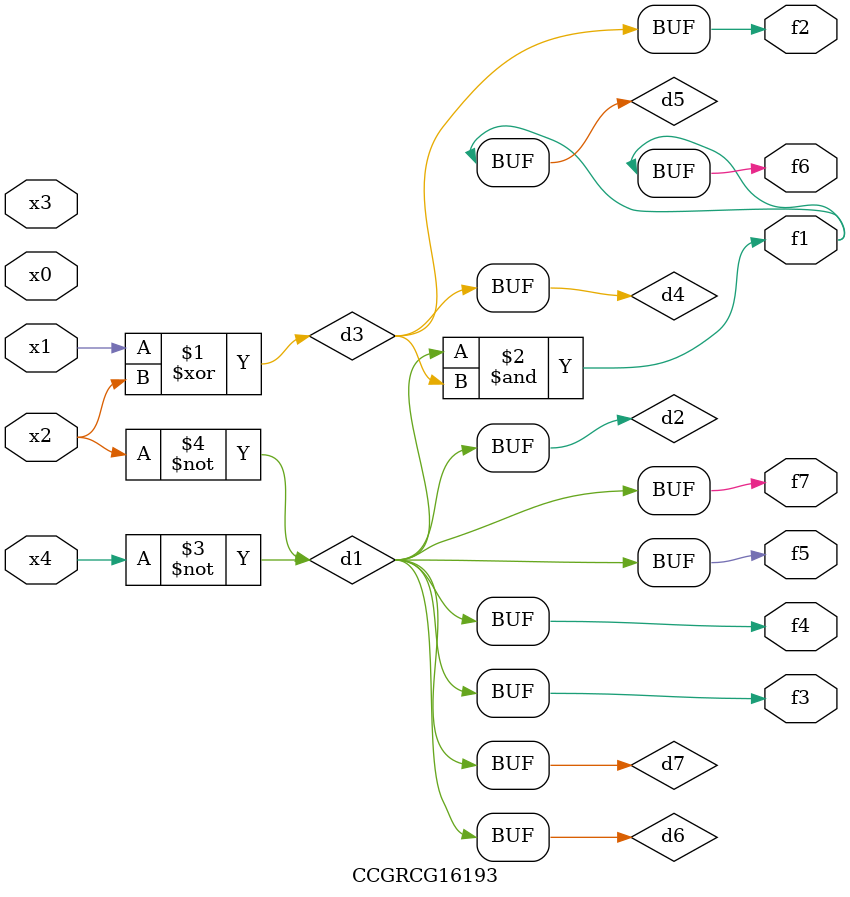
<source format=v>
module CCGRCG16193(
	input x0, x1, x2, x3, x4,
	output f1, f2, f3, f4, f5, f6, f7
);

	wire d1, d2, d3, d4, d5, d6, d7;

	not (d1, x4);
	not (d2, x2);
	xor (d3, x1, x2);
	buf (d4, d3);
	and (d5, d1, d3);
	buf (d6, d1, d2);
	buf (d7, d2);
	assign f1 = d5;
	assign f2 = d4;
	assign f3 = d7;
	assign f4 = d7;
	assign f5 = d7;
	assign f6 = d5;
	assign f7 = d7;
endmodule

</source>
